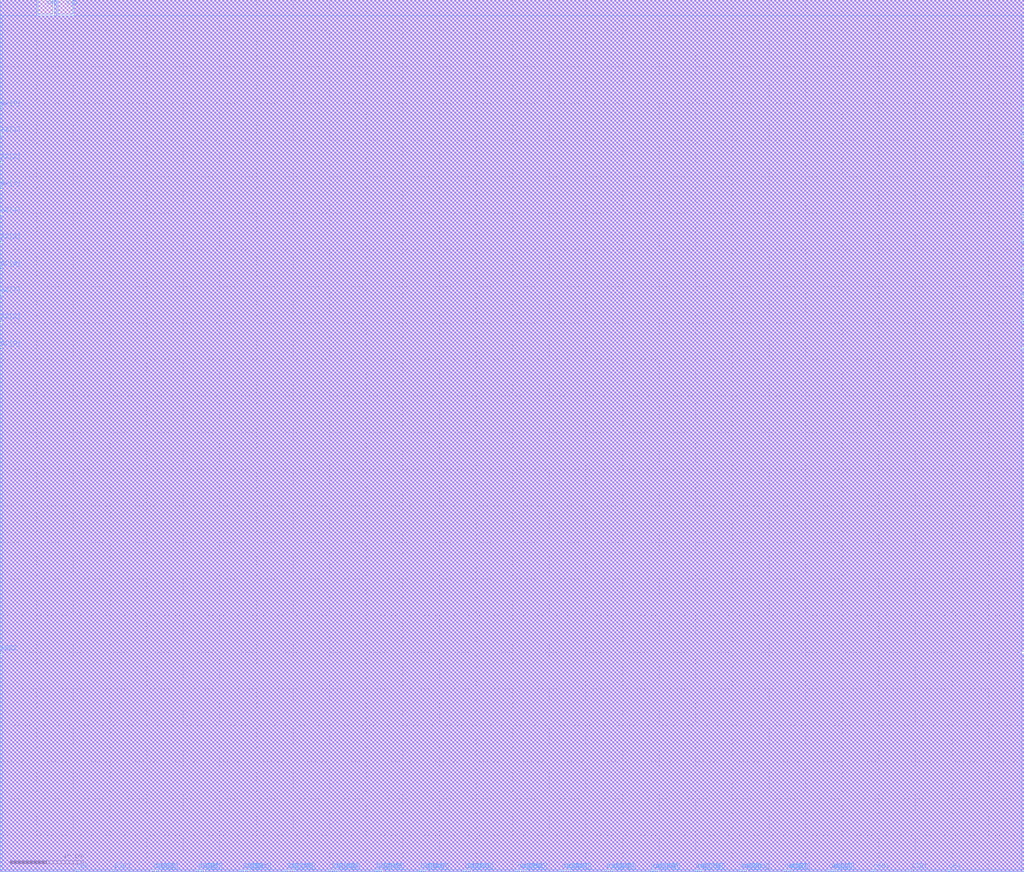
<source format=lef>
VERSION 5.5 ;
NAMESCASESENSITIVE ON ;
BUSBITCHARS "[]" ;
DIVIDERCHAR "/" ;

MACRO SRAM1R1W1024x32
  CLASS BLOCK ;
  SOURCE USER ;
  ORIGIN 0 0 ;
  SIZE 139.840 BY 119.168 ;
  SYMMETRY X Y R90 ;

  PIN CE1
    DIRECTION INPUT ;
    USE SIGNAL ;
    PORT
      LAYER M2 ;
        RECT 129.504 0.000 129.656 0.152 ;
    END
    PORT
      LAYER M3 ;
        RECT 129.504 0.000 129.656 0.152 ;
    END
    PORT
      LAYER M4 ;
        RECT 129.504 0.000 129.656 0.152 ;
    END
    PORT
      LAYER M5 ;
        RECT 129.504 0.000 129.656 0.152 ;
    END
  END CE1

  PIN CSB1
    DIRECTION INPUT ;
    USE SIGNAL ;
    PORT
      LAYER M2 ;
        RECT 124.336 0.000 124.488 0.152 ;
    END
    PORT
      LAYER M3 ;
        RECT 124.336 0.000 124.488 0.152 ;
    END
    PORT
      LAYER M4 ;
        RECT 124.336 0.000 124.488 0.152 ;
    END
    PORT
      LAYER M5 ;
        RECT 124.336 0.000 124.488 0.152 ;
    END
  END CSB1

  PIN OEB1
    DIRECTION INPUT ;
    USE SIGNAL ;
    PORT
      LAYER M2 ;
        RECT 119.168 0.000 119.320 0.152 ;
    END
    PORT
      LAYER M3 ;
        RECT 119.168 0.000 119.320 0.152 ;
    END
    PORT
      LAYER M4 ;
        RECT 119.168 0.000 119.320 0.152 ;
    END
    PORT
      LAYER M5 ;
        RECT 119.168 0.000 119.320 0.152 ;
    END
  END OEB1

  PIN O1[3]
    DIRECTION OUTPUT ;
    USE SIGNAL ;
    PORT
      LAYER M2 ;
        RECT 114.000 0.000 114.152 0.152 ;
    END
    PORT
      LAYER M3 ;
        RECT 114.000 0.000 114.152 0.152 ;
    END
    PORT
      LAYER M4 ;
        RECT 114.000 0.000 114.152 0.152 ;
    END
    PORT
      LAYER M5 ;
        RECT 114.000 0.000 114.152 0.152 ;
    END
  END O1[3]

  PIN O1[2]
    DIRECTION OUTPUT ;
    USE SIGNAL ;
    PORT
      LAYER M2 ;
        RECT 113.696 0.000 113.848 0.152 ;
    END
    PORT
      LAYER M3 ;
        RECT 113.696 0.000 113.848 0.152 ;
    END
    PORT
      LAYER M4 ;
        RECT 113.696 0.000 113.848 0.152 ;
    END
    PORT
      LAYER M5 ;
        RECT 113.696 0.000 113.848 0.152 ;
    END
  END O1[2]

  PIN O1[1]
    DIRECTION OUTPUT ;
    USE SIGNAL ;
    PORT
      LAYER M2 ;
        RECT 113.392 0.000 113.544 0.152 ;
    END
    PORT
      LAYER M3 ;
        RECT 113.392 0.000 113.544 0.152 ;
    END
    PORT
      LAYER M4 ;
        RECT 113.392 0.000 113.544 0.152 ;
    END
    PORT
      LAYER M5 ;
        RECT 113.392 0.000 113.544 0.152 ;
    END
  END O1[1]

  PIN O1[0]
    DIRECTION OUTPUT ;
    USE SIGNAL ;
    PORT
      LAYER M2 ;
        RECT 113.088 0.000 113.240 0.152 ;
    END
    PORT
      LAYER M3 ;
        RECT 113.088 0.000 113.240 0.152 ;
    END
    PORT
      LAYER M4 ;
        RECT 113.088 0.000 113.240 0.152 ;
    END
    PORT
      LAYER M5 ;
        RECT 113.088 0.000 113.240 0.152 ;
    END
  END O1[0]

  PIN O1[7]
    DIRECTION OUTPUT ;
    USE SIGNAL ;
    PORT
      LAYER M2 ;
        RECT 107.920 0.000 108.072 0.152 ;
    END
    PORT
      LAYER M3 ;
        RECT 107.920 0.000 108.072 0.152 ;
    END
    PORT
      LAYER M4 ;
        RECT 107.920 0.000 108.072 0.152 ;
    END
    PORT
      LAYER M5 ;
        RECT 107.920 0.000 108.072 0.152 ;
    END
  END O1[7]

  PIN O1[6]
    DIRECTION OUTPUT ;
    USE SIGNAL ;
    PORT
      LAYER M2 ;
        RECT 107.616 0.000 107.768 0.152 ;
    END
    PORT
      LAYER M3 ;
        RECT 107.616 0.000 107.768 0.152 ;
    END
    PORT
      LAYER M4 ;
        RECT 107.616 0.000 107.768 0.152 ;
    END
    PORT
      LAYER M5 ;
        RECT 107.616 0.000 107.768 0.152 ;
    END
  END O1[6]

  PIN O1[5]
    DIRECTION OUTPUT ;
    USE SIGNAL ;
    PORT
      LAYER M2 ;
        RECT 107.312 0.000 107.464 0.152 ;
    END
    PORT
      LAYER M3 ;
        RECT 107.312 0.000 107.464 0.152 ;
    END
    PORT
      LAYER M4 ;
        RECT 107.312 0.000 107.464 0.152 ;
    END
    PORT
      LAYER M5 ;
        RECT 107.312 0.000 107.464 0.152 ;
    END
  END O1[5]

  PIN O1[4]
    DIRECTION OUTPUT ;
    USE SIGNAL ;
    PORT
      LAYER M2 ;
        RECT 107.008 0.000 107.160 0.152 ;
    END
    PORT
      LAYER M3 ;
        RECT 107.008 0.000 107.160 0.152 ;
    END
    PORT
      LAYER M4 ;
        RECT 107.008 0.000 107.160 0.152 ;
    END
    PORT
      LAYER M5 ;
        RECT 107.008 0.000 107.160 0.152 ;
    END
  END O1[4]

  PIN O1[11]
    DIRECTION OUTPUT ;
    USE SIGNAL ;
    PORT
      LAYER M2 ;
        RECT 101.840 0.000 101.992 0.152 ;
    END
    PORT
      LAYER M3 ;
        RECT 101.840 0.000 101.992 0.152 ;
    END
    PORT
      LAYER M4 ;
        RECT 101.840 0.000 101.992 0.152 ;
    END
    PORT
      LAYER M5 ;
        RECT 101.840 0.000 101.992 0.152 ;
    END
  END O1[11]

  PIN O1[10]
    DIRECTION OUTPUT ;
    USE SIGNAL ;
    PORT
      LAYER M2 ;
        RECT 101.536 0.000 101.688 0.152 ;
    END
    PORT
      LAYER M3 ;
        RECT 101.536 0.000 101.688 0.152 ;
    END
    PORT
      LAYER M4 ;
        RECT 101.536 0.000 101.688 0.152 ;
    END
    PORT
      LAYER M5 ;
        RECT 101.536 0.000 101.688 0.152 ;
    END
  END O1[10]

  PIN O1[9]
    DIRECTION OUTPUT ;
    USE SIGNAL ;
    PORT
      LAYER M2 ;
        RECT 101.232 0.000 101.384 0.152 ;
    END
    PORT
      LAYER M3 ;
        RECT 101.232 0.000 101.384 0.152 ;
    END
    PORT
      LAYER M4 ;
        RECT 101.232 0.000 101.384 0.152 ;
    END
    PORT
      LAYER M5 ;
        RECT 101.232 0.000 101.384 0.152 ;
    END
  END O1[9]

  PIN O1[8]
    DIRECTION OUTPUT ;
    USE SIGNAL ;
    PORT
      LAYER M2 ;
        RECT 100.928 0.000 101.080 0.152 ;
    END
    PORT
      LAYER M3 ;
        RECT 100.928 0.000 101.080 0.152 ;
    END
    PORT
      LAYER M4 ;
        RECT 100.928 0.000 101.080 0.152 ;
    END
    PORT
      LAYER M5 ;
        RECT 100.928 0.000 101.080 0.152 ;
    END
  END O1[8]

  PIN O1[15]
    DIRECTION OUTPUT ;
    USE SIGNAL ;
    PORT
      LAYER M2 ;
        RECT 95.760 0.000 95.912 0.152 ;
    END
    PORT
      LAYER M3 ;
        RECT 95.760 0.000 95.912 0.152 ;
    END
    PORT
      LAYER M4 ;
        RECT 95.760 0.000 95.912 0.152 ;
    END
    PORT
      LAYER M5 ;
        RECT 95.760 0.000 95.912 0.152 ;
    END
  END O1[15]

  PIN O1[14]
    DIRECTION OUTPUT ;
    USE SIGNAL ;
    PORT
      LAYER M2 ;
        RECT 95.456 0.000 95.608 0.152 ;
    END
    PORT
      LAYER M3 ;
        RECT 95.456 0.000 95.608 0.152 ;
    END
    PORT
      LAYER M4 ;
        RECT 95.456 0.000 95.608 0.152 ;
    END
    PORT
      LAYER M5 ;
        RECT 95.456 0.000 95.608 0.152 ;
    END
  END O1[14]

  PIN O1[13]
    DIRECTION OUTPUT ;
    USE SIGNAL ;
    PORT
      LAYER M2 ;
        RECT 95.152 0.000 95.304 0.152 ;
    END
    PORT
      LAYER M3 ;
        RECT 95.152 0.000 95.304 0.152 ;
    END
    PORT
      LAYER M4 ;
        RECT 95.152 0.000 95.304 0.152 ;
    END
    PORT
      LAYER M5 ;
        RECT 95.152 0.000 95.304 0.152 ;
    END
  END O1[13]

  PIN O1[12]
    DIRECTION OUTPUT ;
    USE SIGNAL ;
    PORT
      LAYER M2 ;
        RECT 94.848 0.000 95.000 0.152 ;
    END
    PORT
      LAYER M3 ;
        RECT 94.848 0.000 95.000 0.152 ;
    END
    PORT
      LAYER M4 ;
        RECT 94.848 0.000 95.000 0.152 ;
    END
    PORT
      LAYER M5 ;
        RECT 94.848 0.000 95.000 0.152 ;
    END
  END O1[12]

  PIN O1[19]
    DIRECTION OUTPUT ;
    USE SIGNAL ;
    PORT
      LAYER M2 ;
        RECT 89.680 0.000 89.832 0.152 ;
    END
    PORT
      LAYER M3 ;
        RECT 89.680 0.000 89.832 0.152 ;
    END
    PORT
      LAYER M4 ;
        RECT 89.680 0.000 89.832 0.152 ;
    END
    PORT
      LAYER M5 ;
        RECT 89.680 0.000 89.832 0.152 ;
    END
  END O1[19]

  PIN O1[18]
    DIRECTION OUTPUT ;
    USE SIGNAL ;
    PORT
      LAYER M2 ;
        RECT 89.376 0.000 89.528 0.152 ;
    END
    PORT
      LAYER M3 ;
        RECT 89.376 0.000 89.528 0.152 ;
    END
    PORT
      LAYER M4 ;
        RECT 89.376 0.000 89.528 0.152 ;
    END
    PORT
      LAYER M5 ;
        RECT 89.376 0.000 89.528 0.152 ;
    END
  END O1[18]

  PIN O1[17]
    DIRECTION OUTPUT ;
    USE SIGNAL ;
    PORT
      LAYER M2 ;
        RECT 89.072 0.000 89.224 0.152 ;
    END
    PORT
      LAYER M3 ;
        RECT 89.072 0.000 89.224 0.152 ;
    END
    PORT
      LAYER M4 ;
        RECT 89.072 0.000 89.224 0.152 ;
    END
    PORT
      LAYER M5 ;
        RECT 89.072 0.000 89.224 0.152 ;
    END
  END O1[17]

  PIN O1[16]
    DIRECTION OUTPUT ;
    USE SIGNAL ;
    PORT
      LAYER M2 ;
        RECT 88.768 0.000 88.920 0.152 ;
    END
    PORT
      LAYER M3 ;
        RECT 88.768 0.000 88.920 0.152 ;
    END
    PORT
      LAYER M4 ;
        RECT 88.768 0.000 88.920 0.152 ;
    END
    PORT
      LAYER M5 ;
        RECT 88.768 0.000 88.920 0.152 ;
    END
  END O1[16]

  PIN O1[23]
    DIRECTION OUTPUT ;
    USE SIGNAL ;
    PORT
      LAYER M2 ;
        RECT 83.600 0.000 83.752 0.152 ;
    END
    PORT
      LAYER M3 ;
        RECT 83.600 0.000 83.752 0.152 ;
    END
    PORT
      LAYER M4 ;
        RECT 83.600 0.000 83.752 0.152 ;
    END
    PORT
      LAYER M5 ;
        RECT 83.600 0.000 83.752 0.152 ;
    END
  END O1[23]

  PIN O1[22]
    DIRECTION OUTPUT ;
    USE SIGNAL ;
    PORT
      LAYER M2 ;
        RECT 83.296 0.000 83.448 0.152 ;
    END
    PORT
      LAYER M3 ;
        RECT 83.296 0.000 83.448 0.152 ;
    END
    PORT
      LAYER M4 ;
        RECT 83.296 0.000 83.448 0.152 ;
    END
    PORT
      LAYER M5 ;
        RECT 83.296 0.000 83.448 0.152 ;
    END
  END O1[22]

  PIN O1[21]
    DIRECTION OUTPUT ;
    USE SIGNAL ;
    PORT
      LAYER M2 ;
        RECT 82.992 0.000 83.144 0.152 ;
    END
    PORT
      LAYER M3 ;
        RECT 82.992 0.000 83.144 0.152 ;
    END
    PORT
      LAYER M4 ;
        RECT 82.992 0.000 83.144 0.152 ;
    END
    PORT
      LAYER M5 ;
        RECT 82.992 0.000 83.144 0.152 ;
    END
  END O1[21]

  PIN O1[20]
    DIRECTION OUTPUT ;
    USE SIGNAL ;
    PORT
      LAYER M2 ;
        RECT 82.688 0.000 82.840 0.152 ;
    END
    PORT
      LAYER M3 ;
        RECT 82.688 0.000 82.840 0.152 ;
    END
    PORT
      LAYER M4 ;
        RECT 82.688 0.000 82.840 0.152 ;
    END
    PORT
      LAYER M5 ;
        RECT 82.688 0.000 82.840 0.152 ;
    END
  END O1[20]

  PIN O1[27]
    DIRECTION OUTPUT ;
    USE SIGNAL ;
    PORT
      LAYER M2 ;
        RECT 77.520 0.000 77.672 0.152 ;
    END
    PORT
      LAYER M3 ;
        RECT 77.520 0.000 77.672 0.152 ;
    END
    PORT
      LAYER M4 ;
        RECT 77.520 0.000 77.672 0.152 ;
    END
    PORT
      LAYER M5 ;
        RECT 77.520 0.000 77.672 0.152 ;
    END
  END O1[27]

  PIN O1[26]
    DIRECTION OUTPUT ;
    USE SIGNAL ;
    PORT
      LAYER M2 ;
        RECT 77.216 0.000 77.368 0.152 ;
    END
    PORT
      LAYER M3 ;
        RECT 77.216 0.000 77.368 0.152 ;
    END
    PORT
      LAYER M4 ;
        RECT 77.216 0.000 77.368 0.152 ;
    END
    PORT
      LAYER M5 ;
        RECT 77.216 0.000 77.368 0.152 ;
    END
  END O1[26]

  PIN O1[25]
    DIRECTION OUTPUT ;
    USE SIGNAL ;
    PORT
      LAYER M2 ;
        RECT 76.912 0.000 77.064 0.152 ;
    END
    PORT
      LAYER M3 ;
        RECT 76.912 0.000 77.064 0.152 ;
    END
    PORT
      LAYER M4 ;
        RECT 76.912 0.000 77.064 0.152 ;
    END
    PORT
      LAYER M5 ;
        RECT 76.912 0.000 77.064 0.152 ;
    END
  END O1[25]

  PIN O1[24]
    DIRECTION OUTPUT ;
    USE SIGNAL ;
    PORT
      LAYER M2 ;
        RECT 76.608 0.000 76.760 0.152 ;
    END
    PORT
      LAYER M3 ;
        RECT 76.608 0.000 76.760 0.152 ;
    END
    PORT
      LAYER M4 ;
        RECT 76.608 0.000 76.760 0.152 ;
    END
    PORT
      LAYER M5 ;
        RECT 76.608 0.000 76.760 0.152 ;
    END
  END O1[24]

  PIN O1[31]
    DIRECTION OUTPUT ;
    USE SIGNAL ;
    PORT
      LAYER M2 ;
        RECT 71.440 0.000 71.592 0.152 ;
    END
    PORT
      LAYER M3 ;
        RECT 71.440 0.000 71.592 0.152 ;
    END
    PORT
      LAYER M4 ;
        RECT 71.440 0.000 71.592 0.152 ;
    END
    PORT
      LAYER M5 ;
        RECT 71.440 0.000 71.592 0.152 ;
    END
  END O1[31]

  PIN O1[30]
    DIRECTION OUTPUT ;
    USE SIGNAL ;
    PORT
      LAYER M2 ;
        RECT 71.136 0.000 71.288 0.152 ;
    END
    PORT
      LAYER M3 ;
        RECT 71.136 0.000 71.288 0.152 ;
    END
    PORT
      LAYER M4 ;
        RECT 71.136 0.000 71.288 0.152 ;
    END
    PORT
      LAYER M5 ;
        RECT 71.136 0.000 71.288 0.152 ;
    END
  END O1[30]

  PIN O1[29]
    DIRECTION OUTPUT ;
    USE SIGNAL ;
    PORT
      LAYER M2 ;
        RECT 70.832 0.000 70.984 0.152 ;
    END
    PORT
      LAYER M3 ;
        RECT 70.832 0.000 70.984 0.152 ;
    END
    PORT
      LAYER M4 ;
        RECT 70.832 0.000 70.984 0.152 ;
    END
    PORT
      LAYER M5 ;
        RECT 70.832 0.000 70.984 0.152 ;
    END
  END O1[29]

  PIN O1[28]
    DIRECTION OUTPUT ;
    USE SIGNAL ;
    PORT
      LAYER M2 ;
        RECT 70.528 0.000 70.680 0.152 ;
    END
    PORT
      LAYER M3 ;
        RECT 70.528 0.000 70.680 0.152 ;
    END
    PORT
      LAYER M4 ;
        RECT 70.528 0.000 70.680 0.152 ;
    END
    PORT
      LAYER M5 ;
        RECT 70.528 0.000 70.680 0.152 ;
    END
  END O1[28]

  PIN A1[0]
    DIRECTION INPUT ;
    USE SIGNAL ;
    PORT
      LAYER M2 ;
        RECT 139.688 104.272 139.840 104.424 ;
    END
    PORT
      LAYER M3 ;
        RECT 139.688 104.272 139.840 104.424 ;
    END
    PORT
      LAYER M4 ;
        RECT 139.688 104.272 139.840 104.424 ;
    END
    PORT
      LAYER M5 ;
        RECT 139.688 104.272 139.840 104.424 ;
    END
  END A1[0]

  PIN A1[1]
    DIRECTION INPUT ;
    USE SIGNAL ;
    PORT
      LAYER M2 ;
        RECT 139.688 100.624 139.840 100.776 ;
    END
    PORT
      LAYER M3 ;
        RECT 139.688 100.624 139.840 100.776 ;
    END
    PORT
      LAYER M4 ;
        RECT 139.688 100.624 139.840 100.776 ;
    END
    PORT
      LAYER M5 ;
        RECT 139.688 100.624 139.840 100.776 ;
    END
  END A1[1]

  PIN A1[2]
    DIRECTION INPUT ;
    USE SIGNAL ;
    PORT
      LAYER M2 ;
        RECT 139.688 96.976 139.840 97.128 ;
    END
    PORT
      LAYER M3 ;
        RECT 139.688 96.976 139.840 97.128 ;
    END
    PORT
      LAYER M4 ;
        RECT 139.688 96.976 139.840 97.128 ;
    END
    PORT
      LAYER M5 ;
        RECT 139.688 96.976 139.840 97.128 ;
    END
  END A1[2]

  PIN A1[3]
    DIRECTION INPUT ;
    USE SIGNAL ;
    PORT
      LAYER M2 ;
        RECT 139.688 93.328 139.840 93.480 ;
    END
    PORT
      LAYER M3 ;
        RECT 139.688 93.328 139.840 93.480 ;
    END
    PORT
      LAYER M4 ;
        RECT 139.688 93.328 139.840 93.480 ;
    END
    PORT
      LAYER M5 ;
        RECT 139.688 93.328 139.840 93.480 ;
    END
  END A1[3]

  PIN A1[4]
    DIRECTION INPUT ;
    USE SIGNAL ;
    PORT
      LAYER M2 ;
        RECT 139.688 89.680 139.840 89.832 ;
    END
    PORT
      LAYER M3 ;
        RECT 139.688 89.680 139.840 89.832 ;
    END
    PORT
      LAYER M4 ;
        RECT 139.688 89.680 139.840 89.832 ;
    END
    PORT
      LAYER M5 ;
        RECT 139.688 89.680 139.840 89.832 ;
    END
  END A1[4]

  PIN A1[5]
    DIRECTION INPUT ;
    USE SIGNAL ;
    PORT
      LAYER M2 ;
        RECT 139.688 86.032 139.840 86.184 ;
    END
    PORT
      LAYER M3 ;
        RECT 139.688 86.032 139.840 86.184 ;
    END
    PORT
      LAYER M4 ;
        RECT 139.688 86.032 139.840 86.184 ;
    END
    PORT
      LAYER M5 ;
        RECT 139.688 86.032 139.840 86.184 ;
    END
  END A1[5]

  PIN A1[6]
    DIRECTION INPUT ;
    USE SIGNAL ;
    PORT
      LAYER M2 ;
        RECT 139.688 82.384 139.840 82.536 ;
    END
    PORT
      LAYER M3 ;
        RECT 139.688 82.384 139.840 82.536 ;
    END
    PORT
      LAYER M4 ;
        RECT 139.688 82.384 139.840 82.536 ;
    END
    PORT
      LAYER M5 ;
        RECT 139.688 82.384 139.840 82.536 ;
    END
  END A1[6]

  PIN A1[7]
    DIRECTION INPUT ;
    USE SIGNAL ;
    PORT
      LAYER M2 ;
        RECT 139.688 78.736 139.840 78.888 ;
    END
    PORT
      LAYER M3 ;
        RECT 139.688 78.736 139.840 78.888 ;
    END
    PORT
      LAYER M4 ;
        RECT 139.688 78.736 139.840 78.888 ;
    END
    PORT
      LAYER M5 ;
        RECT 139.688 78.736 139.840 78.888 ;
    END
  END A1[7]

  PIN A1[8]
    DIRECTION INPUT ;
    USE SIGNAL ;
    PORT
      LAYER M2 ;
        RECT 139.688 75.088 139.840 75.240 ;
    END
    PORT
      LAYER M3 ;
        RECT 139.688 75.088 139.840 75.240 ;
    END
    PORT
      LAYER M4 ;
        RECT 139.688 75.088 139.840 75.240 ;
    END
    PORT
      LAYER M5 ;
        RECT 139.688 75.088 139.840 75.240 ;
    END
  END A1[8]

  PIN A1[9]
    DIRECTION INPUT ;
    USE SIGNAL ;
    PORT
      LAYER M2 ;
        RECT 139.688 71.440 139.840 71.592 ;
    END
    PORT
      LAYER M3 ;
        RECT 139.688 71.440 139.840 71.592 ;
    END
    PORT
      LAYER M4 ;
        RECT 139.688 71.440 139.840 71.592 ;
    END
    PORT
      LAYER M5 ;
        RECT 139.688 71.440 139.840 71.592 ;
    END
  END A1[9]

  PIN CE2
    DIRECTION INPUT ;
    USE SIGNAL ;
    PORT
      LAYER M2 ;
        RECT 10.336 0.000 10.488 0.152 ;
    END
    PORT
      LAYER M3 ;
        RECT 10.336 0.000 10.488 0.152 ;
    END
    PORT
      LAYER M4 ;
        RECT 10.336 0.000 10.488 0.152 ;
    END
    PORT
      LAYER M5 ;
        RECT 10.336 0.000 10.488 0.152 ;
    END
  END CE2

  PIN CSB2
    DIRECTION INPUT ;
    USE SIGNAL ;
    PORT
      LAYER M2 ;
        RECT 15.504 0.000 15.656 0.152 ;
    END
    PORT
      LAYER M3 ;
        RECT 15.504 0.000 15.656 0.152 ;
    END
    PORT
      LAYER M4 ;
        RECT 15.504 0.000 15.656 0.152 ;
    END
    PORT
      LAYER M5 ;
        RECT 15.504 0.000 15.656 0.152 ;
    END
  END CSB2

  PIN I2[0]
    DIRECTION INPUT ;
    USE SIGNAL ;
    PORT
      LAYER M2 ;
        RECT 20.672 0.000 20.824 0.152 ;
    END
    PORT
      LAYER M3 ;
        RECT 20.672 0.000 20.824 0.152 ;
    END
    PORT
      LAYER M4 ;
        RECT 20.672 0.000 20.824 0.152 ;
    END
    PORT
      LAYER M5 ;
        RECT 20.672 0.000 20.824 0.152 ;
    END
  END I2[0]

  PIN I2[1]
    DIRECTION INPUT ;
    USE SIGNAL ;
    PORT
      LAYER M2 ;
        RECT 20.976 0.000 21.128 0.152 ;
    END
    PORT
      LAYER M3 ;
        RECT 20.976 0.000 21.128 0.152 ;
    END
    PORT
      LAYER M4 ;
        RECT 20.976 0.000 21.128 0.152 ;
    END
    PORT
      LAYER M5 ;
        RECT 20.976 0.000 21.128 0.152 ;
    END
  END I2[1]

  PIN I2[2]
    DIRECTION INPUT ;
    USE SIGNAL ;
    PORT
      LAYER M2 ;
        RECT 21.280 0.000 21.432 0.152 ;
    END
    PORT
      LAYER M3 ;
        RECT 21.280 0.000 21.432 0.152 ;
    END
    PORT
      LAYER M4 ;
        RECT 21.280 0.000 21.432 0.152 ;
    END
    PORT
      LAYER M5 ;
        RECT 21.280 0.000 21.432 0.152 ;
    END
  END I2[2]

  PIN I2[3]
    DIRECTION INPUT ;
    USE SIGNAL ;
    PORT
      LAYER M2 ;
        RECT 21.584 0.000 21.736 0.152 ;
    END
    PORT
      LAYER M3 ;
        RECT 21.584 0.000 21.736 0.152 ;
    END
    PORT
      LAYER M4 ;
        RECT 21.584 0.000 21.736 0.152 ;
    END
    PORT
      LAYER M5 ;
        RECT 21.584 0.000 21.736 0.152 ;
    END
  END I2[3]

  PIN I2[4]
    DIRECTION INPUT ;
    USE SIGNAL ;
    PORT
      LAYER M2 ;
        RECT 26.752 0.000 26.904 0.152 ;
    END
    PORT
      LAYER M3 ;
        RECT 26.752 0.000 26.904 0.152 ;
    END
    PORT
      LAYER M4 ;
        RECT 26.752 0.000 26.904 0.152 ;
    END
    PORT
      LAYER M5 ;
        RECT 26.752 0.000 26.904 0.152 ;
    END
  END I2[4]

  PIN I2[5]
    DIRECTION INPUT ;
    USE SIGNAL ;
    PORT
      LAYER M2 ;
        RECT 27.056 0.000 27.208 0.152 ;
    END
    PORT
      LAYER M3 ;
        RECT 27.056 0.000 27.208 0.152 ;
    END
    PORT
      LAYER M4 ;
        RECT 27.056 0.000 27.208 0.152 ;
    END
    PORT
      LAYER M5 ;
        RECT 27.056 0.000 27.208 0.152 ;
    END
  END I2[5]

  PIN I2[6]
    DIRECTION INPUT ;
    USE SIGNAL ;
    PORT
      LAYER M2 ;
        RECT 27.360 0.000 27.512 0.152 ;
    END
    PORT
      LAYER M3 ;
        RECT 27.360 0.000 27.512 0.152 ;
    END
    PORT
      LAYER M4 ;
        RECT 27.360 0.000 27.512 0.152 ;
    END
    PORT
      LAYER M5 ;
        RECT 27.360 0.000 27.512 0.152 ;
    END
  END I2[6]

  PIN I2[7]
    DIRECTION INPUT ;
    USE SIGNAL ;
    PORT
      LAYER M2 ;
        RECT 27.664 0.000 27.816 0.152 ;
    END
    PORT
      LAYER M3 ;
        RECT 27.664 0.000 27.816 0.152 ;
    END
    PORT
      LAYER M4 ;
        RECT 27.664 0.000 27.816 0.152 ;
    END
    PORT
      LAYER M5 ;
        RECT 27.664 0.000 27.816 0.152 ;
    END
  END I2[7]

  PIN I2[8]
    DIRECTION INPUT ;
    USE SIGNAL ;
    PORT
      LAYER M2 ;
        RECT 32.832 0.000 32.984 0.152 ;
    END
    PORT
      LAYER M3 ;
        RECT 32.832 0.000 32.984 0.152 ;
    END
    PORT
      LAYER M4 ;
        RECT 32.832 0.000 32.984 0.152 ;
    END
    PORT
      LAYER M5 ;
        RECT 32.832 0.000 32.984 0.152 ;
    END
  END I2[8]

  PIN I2[9]
    DIRECTION INPUT ;
    USE SIGNAL ;
    PORT
      LAYER M2 ;
        RECT 33.136 0.000 33.288 0.152 ;
    END
    PORT
      LAYER M3 ;
        RECT 33.136 0.000 33.288 0.152 ;
    END
    PORT
      LAYER M4 ;
        RECT 33.136 0.000 33.288 0.152 ;
    END
    PORT
      LAYER M5 ;
        RECT 33.136 0.000 33.288 0.152 ;
    END
  END I2[9]

  PIN I2[10]
    DIRECTION INPUT ;
    USE SIGNAL ;
    PORT
      LAYER M2 ;
        RECT 33.440 0.000 33.592 0.152 ;
    END
    PORT
      LAYER M3 ;
        RECT 33.440 0.000 33.592 0.152 ;
    END
    PORT
      LAYER M4 ;
        RECT 33.440 0.000 33.592 0.152 ;
    END
    PORT
      LAYER M5 ;
        RECT 33.440 0.000 33.592 0.152 ;
    END
  END I2[10]

  PIN I2[11]
    DIRECTION INPUT ;
    USE SIGNAL ;
    PORT
      LAYER M2 ;
        RECT 33.744 0.000 33.896 0.152 ;
    END
    PORT
      LAYER M3 ;
        RECT 33.744 0.000 33.896 0.152 ;
    END
    PORT
      LAYER M4 ;
        RECT 33.744 0.000 33.896 0.152 ;
    END
    PORT
      LAYER M5 ;
        RECT 33.744 0.000 33.896 0.152 ;
    END
  END I2[11]

  PIN I2[12]
    DIRECTION INPUT ;
    USE SIGNAL ;
    PORT
      LAYER M2 ;
        RECT 38.912 0.000 39.064 0.152 ;
    END
    PORT
      LAYER M3 ;
        RECT 38.912 0.000 39.064 0.152 ;
    END
    PORT
      LAYER M4 ;
        RECT 38.912 0.000 39.064 0.152 ;
    END
    PORT
      LAYER M5 ;
        RECT 38.912 0.000 39.064 0.152 ;
    END
  END I2[12]

  PIN I2[13]
    DIRECTION INPUT ;
    USE SIGNAL ;
    PORT
      LAYER M2 ;
        RECT 39.216 0.000 39.368 0.152 ;
    END
    PORT
      LAYER M3 ;
        RECT 39.216 0.000 39.368 0.152 ;
    END
    PORT
      LAYER M4 ;
        RECT 39.216 0.000 39.368 0.152 ;
    END
    PORT
      LAYER M5 ;
        RECT 39.216 0.000 39.368 0.152 ;
    END
  END I2[13]

  PIN I2[14]
    DIRECTION INPUT ;
    USE SIGNAL ;
    PORT
      LAYER M2 ;
        RECT 39.520 0.000 39.672 0.152 ;
    END
    PORT
      LAYER M3 ;
        RECT 39.520 0.000 39.672 0.152 ;
    END
    PORT
      LAYER M4 ;
        RECT 39.520 0.000 39.672 0.152 ;
    END
    PORT
      LAYER M5 ;
        RECT 39.520 0.000 39.672 0.152 ;
    END
  END I2[14]

  PIN I2[15]
    DIRECTION INPUT ;
    USE SIGNAL ;
    PORT
      LAYER M2 ;
        RECT 39.824 0.000 39.976 0.152 ;
    END
    PORT
      LAYER M3 ;
        RECT 39.824 0.000 39.976 0.152 ;
    END
    PORT
      LAYER M4 ;
        RECT 39.824 0.000 39.976 0.152 ;
    END
    PORT
      LAYER M5 ;
        RECT 39.824 0.000 39.976 0.152 ;
    END
  END I2[15]

  PIN I2[16]
    DIRECTION INPUT ;
    USE SIGNAL ;
    PORT
      LAYER M2 ;
        RECT 44.992 0.000 45.144 0.152 ;
    END
    PORT
      LAYER M3 ;
        RECT 44.992 0.000 45.144 0.152 ;
    END
    PORT
      LAYER M4 ;
        RECT 44.992 0.000 45.144 0.152 ;
    END
    PORT
      LAYER M5 ;
        RECT 44.992 0.000 45.144 0.152 ;
    END
  END I2[16]

  PIN I2[17]
    DIRECTION INPUT ;
    USE SIGNAL ;
    PORT
      LAYER M2 ;
        RECT 45.296 0.000 45.448 0.152 ;
    END
    PORT
      LAYER M3 ;
        RECT 45.296 0.000 45.448 0.152 ;
    END
    PORT
      LAYER M4 ;
        RECT 45.296 0.000 45.448 0.152 ;
    END
    PORT
      LAYER M5 ;
        RECT 45.296 0.000 45.448 0.152 ;
    END
  END I2[17]

  PIN I2[18]
    DIRECTION INPUT ;
    USE SIGNAL ;
    PORT
      LAYER M2 ;
        RECT 45.600 0.000 45.752 0.152 ;
    END
    PORT
      LAYER M3 ;
        RECT 45.600 0.000 45.752 0.152 ;
    END
    PORT
      LAYER M4 ;
        RECT 45.600 0.000 45.752 0.152 ;
    END
    PORT
      LAYER M5 ;
        RECT 45.600 0.000 45.752 0.152 ;
    END
  END I2[18]

  PIN I2[19]
    DIRECTION INPUT ;
    USE SIGNAL ;
    PORT
      LAYER M2 ;
        RECT 45.904 0.000 46.056 0.152 ;
    END
    PORT
      LAYER M3 ;
        RECT 45.904 0.000 46.056 0.152 ;
    END
    PORT
      LAYER M4 ;
        RECT 45.904 0.000 46.056 0.152 ;
    END
    PORT
      LAYER M5 ;
        RECT 45.904 0.000 46.056 0.152 ;
    END
  END I2[19]

  PIN I2[20]
    DIRECTION INPUT ;
    USE SIGNAL ;
    PORT
      LAYER M2 ;
        RECT 51.072 0.000 51.224 0.152 ;
    END
    PORT
      LAYER M3 ;
        RECT 51.072 0.000 51.224 0.152 ;
    END
    PORT
      LAYER M4 ;
        RECT 51.072 0.000 51.224 0.152 ;
    END
    PORT
      LAYER M5 ;
        RECT 51.072 0.000 51.224 0.152 ;
    END
  END I2[20]

  PIN I2[21]
    DIRECTION INPUT ;
    USE SIGNAL ;
    PORT
      LAYER M2 ;
        RECT 51.376 0.000 51.528 0.152 ;
    END
    PORT
      LAYER M3 ;
        RECT 51.376 0.000 51.528 0.152 ;
    END
    PORT
      LAYER M4 ;
        RECT 51.376 0.000 51.528 0.152 ;
    END
    PORT
      LAYER M5 ;
        RECT 51.376 0.000 51.528 0.152 ;
    END
  END I2[21]

  PIN I2[22]
    DIRECTION INPUT ;
    USE SIGNAL ;
    PORT
      LAYER M2 ;
        RECT 51.680 0.000 51.832 0.152 ;
    END
    PORT
      LAYER M3 ;
        RECT 51.680 0.000 51.832 0.152 ;
    END
    PORT
      LAYER M4 ;
        RECT 51.680 0.000 51.832 0.152 ;
    END
    PORT
      LAYER M5 ;
        RECT 51.680 0.000 51.832 0.152 ;
    END
  END I2[22]

  PIN I2[23]
    DIRECTION INPUT ;
    USE SIGNAL ;
    PORT
      LAYER M2 ;
        RECT 51.984 0.000 52.136 0.152 ;
    END
    PORT
      LAYER M3 ;
        RECT 51.984 0.000 52.136 0.152 ;
    END
    PORT
      LAYER M4 ;
        RECT 51.984 0.000 52.136 0.152 ;
    END
    PORT
      LAYER M5 ;
        RECT 51.984 0.000 52.136 0.152 ;
    END
  END I2[23]

  PIN I2[24]
    DIRECTION INPUT ;
    USE SIGNAL ;
    PORT
      LAYER M2 ;
        RECT 57.152 0.000 57.304 0.152 ;
    END
    PORT
      LAYER M3 ;
        RECT 57.152 0.000 57.304 0.152 ;
    END
    PORT
      LAYER M4 ;
        RECT 57.152 0.000 57.304 0.152 ;
    END
    PORT
      LAYER M5 ;
        RECT 57.152 0.000 57.304 0.152 ;
    END
  END I2[24]

  PIN I2[25]
    DIRECTION INPUT ;
    USE SIGNAL ;
    PORT
      LAYER M2 ;
        RECT 57.456 0.000 57.608 0.152 ;
    END
    PORT
      LAYER M3 ;
        RECT 57.456 0.000 57.608 0.152 ;
    END
    PORT
      LAYER M4 ;
        RECT 57.456 0.000 57.608 0.152 ;
    END
    PORT
      LAYER M5 ;
        RECT 57.456 0.000 57.608 0.152 ;
    END
  END I2[25]

  PIN I2[26]
    DIRECTION INPUT ;
    USE SIGNAL ;
    PORT
      LAYER M2 ;
        RECT 57.760 0.000 57.912 0.152 ;
    END
    PORT
      LAYER M3 ;
        RECT 57.760 0.000 57.912 0.152 ;
    END
    PORT
      LAYER M4 ;
        RECT 57.760 0.000 57.912 0.152 ;
    END
    PORT
      LAYER M5 ;
        RECT 57.760 0.000 57.912 0.152 ;
    END
  END I2[26]

  PIN I2[27]
    DIRECTION INPUT ;
    USE SIGNAL ;
    PORT
      LAYER M2 ;
        RECT 58.064 0.000 58.216 0.152 ;
    END
    PORT
      LAYER M3 ;
        RECT 58.064 0.000 58.216 0.152 ;
    END
    PORT
      LAYER M4 ;
        RECT 58.064 0.000 58.216 0.152 ;
    END
    PORT
      LAYER M5 ;
        RECT 58.064 0.000 58.216 0.152 ;
    END
  END I2[27]

  PIN I2[28]
    DIRECTION INPUT ;
    USE SIGNAL ;
    PORT
      LAYER M2 ;
        RECT 63.232 0.000 63.384 0.152 ;
    END
    PORT
      LAYER M3 ;
        RECT 63.232 0.000 63.384 0.152 ;
    END
    PORT
      LAYER M4 ;
        RECT 63.232 0.000 63.384 0.152 ;
    END
    PORT
      LAYER M5 ;
        RECT 63.232 0.000 63.384 0.152 ;
    END
  END I2[28]

  PIN I2[29]
    DIRECTION INPUT ;
    USE SIGNAL ;
    PORT
      LAYER M2 ;
        RECT 63.536 0.000 63.688 0.152 ;
    END
    PORT
      LAYER M3 ;
        RECT 63.536 0.000 63.688 0.152 ;
    END
    PORT
      LAYER M4 ;
        RECT 63.536 0.000 63.688 0.152 ;
    END
    PORT
      LAYER M5 ;
        RECT 63.536 0.000 63.688 0.152 ;
    END
  END I2[29]

  PIN I2[30]
    DIRECTION INPUT ;
    USE SIGNAL ;
    PORT
      LAYER M2 ;
        RECT 63.840 0.000 63.992 0.152 ;
    END
    PORT
      LAYER M3 ;
        RECT 63.840 0.000 63.992 0.152 ;
    END
    PORT
      LAYER M4 ;
        RECT 63.840 0.000 63.992 0.152 ;
    END
    PORT
      LAYER M5 ;
        RECT 63.840 0.000 63.992 0.152 ;
    END
  END I2[30]

  PIN I2[31]
    DIRECTION INPUT ;
    USE SIGNAL ;
    PORT
      LAYER M2 ;
        RECT 64.144 0.000 64.296 0.152 ;
    END
    PORT
      LAYER M3 ;
        RECT 64.144 0.000 64.296 0.152 ;
    END
    PORT
      LAYER M4 ;
        RECT 64.144 0.000 64.296 0.152 ;
    END
    PORT
      LAYER M5 ;
        RECT 64.144 0.000 64.296 0.152 ;
    END
  END I2[31]

  PIN A2[0]
    DIRECTION INPUT ;
    USE SIGNAL ;
    PORT
      LAYER M2 ;
        RECT 0.000 104.272 0.152 104.424 ;
    END
    PORT
      LAYER M3 ;
        RECT 0.000 104.272 0.152 104.424 ;
    END
    PORT
      LAYER M4 ;
        RECT 0.000 104.272 0.152 104.424 ;
    END
    PORT
      LAYER M5 ;
        RECT 0.000 104.272 0.152 104.424 ;
    END
  END A2[0]

  PIN A2[1]
    DIRECTION INPUT ;
    USE SIGNAL ;
    PORT
      LAYER M2 ;
        RECT 0.000 100.624 0.152 100.776 ;
    END
    PORT
      LAYER M3 ;
        RECT 0.000 100.624 0.152 100.776 ;
    END
    PORT
      LAYER M4 ;
        RECT 0.000 100.624 0.152 100.776 ;
    END
    PORT
      LAYER M5 ;
        RECT 0.000 100.624 0.152 100.776 ;
    END
  END A2[1]

  PIN A2[2]
    DIRECTION INPUT ;
    USE SIGNAL ;
    PORT
      LAYER M2 ;
        RECT 0.000 96.976 0.152 97.128 ;
    END
    PORT
      LAYER M3 ;
        RECT 0.000 96.976 0.152 97.128 ;
    END
    PORT
      LAYER M4 ;
        RECT 0.000 96.976 0.152 97.128 ;
    END
    PORT
      LAYER M5 ;
        RECT 0.000 96.976 0.152 97.128 ;
    END
  END A2[2]

  PIN A2[3]
    DIRECTION INPUT ;
    USE SIGNAL ;
    PORT
      LAYER M2 ;
        RECT 0.000 93.328 0.152 93.480 ;
    END
    PORT
      LAYER M3 ;
        RECT 0.000 93.328 0.152 93.480 ;
    END
    PORT
      LAYER M4 ;
        RECT 0.000 93.328 0.152 93.480 ;
    END
    PORT
      LAYER M5 ;
        RECT 0.000 93.328 0.152 93.480 ;
    END
  END A2[3]

  PIN A2[4]
    DIRECTION INPUT ;
    USE SIGNAL ;
    PORT
      LAYER M2 ;
        RECT 0.000 89.680 0.152 89.832 ;
    END
    PORT
      LAYER M3 ;
        RECT 0.000 89.680 0.152 89.832 ;
    END
    PORT
      LAYER M4 ;
        RECT 0.000 89.680 0.152 89.832 ;
    END
    PORT
      LAYER M5 ;
        RECT 0.000 89.680 0.152 89.832 ;
    END
  END A2[4]

  PIN A2[5]
    DIRECTION INPUT ;
    USE SIGNAL ;
    PORT
      LAYER M2 ;
        RECT 0.000 86.032 0.152 86.184 ;
    END
    PORT
      LAYER M3 ;
        RECT 0.000 86.032 0.152 86.184 ;
    END
    PORT
      LAYER M4 ;
        RECT 0.000 86.032 0.152 86.184 ;
    END
    PORT
      LAYER M5 ;
        RECT 0.000 86.032 0.152 86.184 ;
    END
  END A2[5]

  PIN A2[6]
    DIRECTION INPUT ;
    USE SIGNAL ;
    PORT
      LAYER M2 ;
        RECT 0.000 82.384 0.152 82.536 ;
    END
    PORT
      LAYER M3 ;
        RECT 0.000 82.384 0.152 82.536 ;
    END
    PORT
      LAYER M4 ;
        RECT 0.000 82.384 0.152 82.536 ;
    END
    PORT
      LAYER M5 ;
        RECT 0.000 82.384 0.152 82.536 ;
    END
  END A2[6]

  PIN A2[7]
    DIRECTION INPUT ;
    USE SIGNAL ;
    PORT
      LAYER M2 ;
        RECT 0.000 78.736 0.152 78.888 ;
    END
    PORT
      LAYER M3 ;
        RECT 0.000 78.736 0.152 78.888 ;
    END
    PORT
      LAYER M4 ;
        RECT 0.000 78.736 0.152 78.888 ;
    END
    PORT
      LAYER M5 ;
        RECT 0.000 78.736 0.152 78.888 ;
    END
  END A2[7]

  PIN A2[8]
    DIRECTION INPUT ;
    USE SIGNAL ;
    PORT
      LAYER M2 ;
        RECT 0.000 75.088 0.152 75.240 ;
    END
    PORT
      LAYER M3 ;
        RECT 0.000 75.088 0.152 75.240 ;
    END
    PORT
      LAYER M4 ;
        RECT 0.000 75.088 0.152 75.240 ;
    END
    PORT
      LAYER M5 ;
        RECT 0.000 75.088 0.152 75.240 ;
    END
  END A2[8]

  PIN A2[9]
    DIRECTION INPUT ;
    USE SIGNAL ;
    PORT
      LAYER M2 ;
        RECT 0.000 71.440 0.152 71.592 ;
    END
    PORT
      LAYER M3 ;
        RECT 0.000 71.440 0.152 71.592 ;
    END
    PORT
      LAYER M4 ;
        RECT 0.000 71.440 0.152 71.592 ;
    END
    PORT
      LAYER M5 ;
        RECT 0.000 71.440 0.152 71.592 ;
    END
  END A2[9]

  PIN WEB2
    DIRECTION INPUT ;
    USE SIGNAL ;
    PORT
      LAYER M2 ;
        RECT 0.000 29.792 0.152 29.944 ;
    END
    PORT
      LAYER M3 ;
        RECT 0.000 29.792 0.152 29.944 ;
    END
    PORT
      LAYER M4 ;
        RECT 0.000 29.792 0.152 29.944 ;
    END
    PORT
      LAYER M5 ;
        RECT 0.000 29.792 0.152 29.944 ;
    END
  END WEB2

  PIN VDD
    DIRECTION INOUT ;
    USE POWER ;
    PORT
      LAYER M2 ;
        RECT 5.195 117.168 7.195 119.168 ;
    END
    PORT
      LAYER M3 ;
        RECT 5.195 117.168 7.195 119.168 ;
    END
    PORT
      LAYER M5 ;
        RECT 5.195 117.168 7.195 119.168 ;
    END
  END VDD

  PIN VSS
    DIRECTION INOUT ;
    USE GROUND ;
    PORT
      LAYER M2 ;
        RECT 7.915 117.168 9.915 119.168 ;
    END
    PORT
      LAYER M3 ;
        RECT 7.915 117.168 9.915 119.168 ;
    END
    PORT
      LAYER M5 ;
        RECT 7.915 117.168 9.915 119.168 ;
    END
  END VSS

  OBS
    LAYER M2 ;
      RECT 129.808 0.000 139.840 0.304 ;
      RECT 124.640 0.000 129.352 0.304 ;
      RECT 119.472 0.000 124.184 0.304 ;
      RECT 114.304 0.000 119.016 0.304 ;
      RECT 108.224 0.000 112.936 0.304 ;
      RECT 102.144 0.000 106.856 0.304 ;
      RECT 96.064 0.000 100.776 0.304 ;
      RECT 89.984 0.000 94.696 0.304 ;
      RECT 83.904 0.000 88.616 0.304 ;
      RECT 77.824 0.000 82.536 0.304 ;
      RECT 71.744 0.000 76.456 0.304 ;
      RECT 139.536 104.576 139.840 117.016 ;
      RECT 139.536 100.928 139.840 104.120 ;
      RECT 139.536 97.280 139.840 100.472 ;
      RECT 139.536 93.632 139.840 96.824 ;
      RECT 139.536 89.984 139.840 93.176 ;
      RECT 139.536 86.336 139.840 89.528 ;
      RECT 139.536 82.688 139.840 85.880 ;
      RECT 139.536 79.040 139.840 82.232 ;
      RECT 139.536 75.392 139.840 78.584 ;
      RECT 139.536 71.744 139.840 74.936 ;
      RECT 139.536 30.096 139.840 71.288 ;
      RECT 139.536 0.304 139.840 29.640 ;
      RECT 0.000 0.000 10.184 0.304 ;
      RECT 10.640 0.000 15.352 0.304 ;
      RECT 15.808 0.000 20.520 0.304 ;
      RECT 21.888 0.000 26.600 0.304 ;
      RECT 27.968 0.000 32.680 0.304 ;
      RECT 34.048 0.000 38.760 0.304 ;
      RECT 40.128 0.000 44.840 0.304 ;
      RECT 46.208 0.000 50.920 0.304 ;
      RECT 52.288 0.000 57.000 0.304 ;
      RECT 58.368 0.000 63.080 0.304 ;
      RECT 64.448 0.000 70.376 0.304 ;
      RECT 0.000 104.576 0.304 117.016 ;
      RECT 0.000 100.928 0.304 104.120 ;
      RECT 0.000 97.280 0.304 100.472 ;
      RECT 0.000 93.632 0.304 96.824 ;
      RECT 0.000 89.984 0.304 93.176 ;
      RECT 0.000 86.336 0.304 89.528 ;
      RECT 0.000 82.688 0.304 85.880 ;
      RECT 0.000 79.040 0.304 82.232 ;
      RECT 0.000 75.392 0.304 78.584 ;
      RECT 0.000 71.744 0.304 74.936 ;
      RECT 0.000 30.096 0.304 71.288 ;
      RECT 0.000 0.304 0.304 29.640 ;
      RECT 0.000 117.016 5.043 119.168 ;
      RECT 7.355 117.016 7.763 119.168 ;
      RECT 10.067 117.016 139.840 119.168 ;
      RECT 0.304 0.304 139.536 117.016 ;
    LAYER M3 ;
      RECT 129.808 0.000 139.840 0.304 ;
      RECT 124.640 0.000 129.352 0.304 ;
      RECT 119.472 0.000 124.184 0.304 ;
      RECT 114.304 0.000 119.016 0.304 ;
      RECT 108.224 0.000 112.936 0.304 ;
      RECT 102.144 0.000 106.856 0.304 ;
      RECT 96.064 0.000 100.776 0.304 ;
      RECT 89.984 0.000 94.696 0.304 ;
      RECT 83.904 0.000 88.616 0.304 ;
      RECT 77.824 0.000 82.536 0.304 ;
      RECT 71.744 0.000 76.456 0.304 ;
      RECT 139.536 104.576 139.840 117.016 ;
      RECT 139.536 100.928 139.840 104.120 ;
      RECT 139.536 97.280 139.840 100.472 ;
      RECT 139.536 93.632 139.840 96.824 ;
      RECT 139.536 89.984 139.840 93.176 ;
      RECT 139.536 86.336 139.840 89.528 ;
      RECT 139.536 82.688 139.840 85.880 ;
      RECT 139.536 79.040 139.840 82.232 ;
      RECT 139.536 75.392 139.840 78.584 ;
      RECT 139.536 71.744 139.840 74.936 ;
      RECT 139.536 30.096 139.840 71.288 ;
      RECT 139.536 0.304 139.840 29.640 ;
      RECT 0.000 0.000 10.184 0.304 ;
      RECT 10.640 0.000 15.352 0.304 ;
      RECT 15.808 0.000 20.520 0.304 ;
      RECT 21.888 0.000 26.600 0.304 ;
      RECT 27.968 0.000 32.680 0.304 ;
      RECT 34.048 0.000 38.760 0.304 ;
      RECT 40.128 0.000 44.840 0.304 ;
      RECT 46.208 0.000 50.920 0.304 ;
      RECT 52.288 0.000 57.000 0.304 ;
      RECT 58.368 0.000 63.080 0.304 ;
      RECT 64.448 0.000 70.376 0.304 ;
      RECT 0.000 104.576 0.304 117.016 ;
      RECT 0.000 100.928 0.304 104.120 ;
      RECT 0.000 97.280 0.304 100.472 ;
      RECT 0.000 93.632 0.304 96.824 ;
      RECT 0.000 89.984 0.304 93.176 ;
      RECT 0.000 86.336 0.304 89.528 ;
      RECT 0.000 82.688 0.304 85.880 ;
      RECT 0.000 79.040 0.304 82.232 ;
      RECT 0.000 75.392 0.304 78.584 ;
      RECT 0.000 71.744 0.304 74.936 ;
      RECT 0.000 30.096 0.304 71.288 ;
      RECT 0.000 0.304 0.304 29.640 ;
      RECT 0.000 117.016 5.043 119.168 ;
      RECT 7.355 117.016 7.763 119.168 ;
      RECT 10.067 117.016 139.840 119.168 ;
      RECT 0.304 0.304 139.536 117.016 ;
    LAYER M4 ;
      RECT 129.808 0.000 139.840 0.304 ;
      RECT 124.640 0.000 129.352 0.304 ;
      RECT 119.472 0.000 124.184 0.304 ;
      RECT 114.304 0.000 119.016 0.304 ;
      RECT 108.224 0.000 112.936 0.304 ;
      RECT 102.144 0.000 106.856 0.304 ;
      RECT 96.064 0.000 100.776 0.304 ;
      RECT 89.984 0.000 94.696 0.304 ;
      RECT 83.904 0.000 88.616 0.304 ;
      RECT 77.824 0.000 82.536 0.304 ;
      RECT 71.744 0.000 76.456 0.304 ;
      RECT 139.536 104.576 139.840 117.016 ;
      RECT 139.536 100.928 139.840 104.120 ;
      RECT 139.536 97.280 139.840 100.472 ;
      RECT 139.536 93.632 139.840 96.824 ;
      RECT 139.536 89.984 139.840 93.176 ;
      RECT 139.536 86.336 139.840 89.528 ;
      RECT 139.536 82.688 139.840 85.880 ;
      RECT 139.536 79.040 139.840 82.232 ;
      RECT 139.536 75.392 139.840 78.584 ;
      RECT 139.536 71.744 139.840 74.936 ;
      RECT 139.536 30.096 139.840 71.288 ;
      RECT 139.536 0.304 139.840 29.640 ;
      RECT 0.000 0.000 10.184 0.304 ;
      RECT 10.640 0.000 15.352 0.304 ;
      RECT 15.808 0.000 20.520 0.304 ;
      RECT 21.888 0.000 26.600 0.304 ;
      RECT 27.968 0.000 32.680 0.304 ;
      RECT 34.048 0.000 38.760 0.304 ;
      RECT 40.128 0.000 44.840 0.304 ;
      RECT 46.208 0.000 50.920 0.304 ;
      RECT 52.288 0.000 57.000 0.304 ;
      RECT 58.368 0.000 63.080 0.304 ;
      RECT 64.448 0.000 70.376 0.304 ;
      RECT 0.000 104.576 0.304 117.016 ;
      RECT 0.000 100.928 0.304 104.120 ;
      RECT 0.000 97.280 0.304 100.472 ;
      RECT 0.000 93.632 0.304 96.824 ;
      RECT 0.000 89.984 0.304 93.176 ;
      RECT 0.000 86.336 0.304 89.528 ;
      RECT 0.000 82.688 0.304 85.880 ;
      RECT 0.000 79.040 0.304 82.232 ;
      RECT 0.000 75.392 0.304 78.584 ;
      RECT 0.000 71.744 0.304 74.936 ;
      RECT 0.000 30.096 0.304 71.288 ;
      RECT 0.000 0.304 0.304 29.640 ;
      RECT 0.000 117.016 5.043 119.168 ;
      RECT 7.355 117.016 7.763 119.168 ;
      RECT 10.067 117.016 139.840 119.168 ;
      RECT 0.304 0.304 139.536 117.016 ;
    LAYER M5 ;
      RECT 129.808 0.000 139.840 0.304 ;
      RECT 124.640 0.000 129.352 0.304 ;
      RECT 119.472 0.000 124.184 0.304 ;
      RECT 114.304 0.000 119.016 0.304 ;
      RECT 108.224 0.000 112.936 0.304 ;
      RECT 102.144 0.000 106.856 0.304 ;
      RECT 96.064 0.000 100.776 0.304 ;
      RECT 89.984 0.000 94.696 0.304 ;
      RECT 83.904 0.000 88.616 0.304 ;
      RECT 77.824 0.000 82.536 0.304 ;
      RECT 71.744 0.000 76.456 0.304 ;
      RECT 139.536 104.576 139.840 117.016 ;
      RECT 139.536 100.928 139.840 104.120 ;
      RECT 139.536 97.280 139.840 100.472 ;
      RECT 139.536 93.632 139.840 96.824 ;
      RECT 139.536 89.984 139.840 93.176 ;
      RECT 139.536 86.336 139.840 89.528 ;
      RECT 139.536 82.688 139.840 85.880 ;
      RECT 139.536 79.040 139.840 82.232 ;
      RECT 139.536 75.392 139.840 78.584 ;
      RECT 139.536 71.744 139.840 74.936 ;
      RECT 139.536 30.096 139.840 71.288 ;
      RECT 139.536 0.304 139.840 29.640 ;
      RECT 0.000 0.000 10.184 0.304 ;
      RECT 10.640 0.000 15.352 0.304 ;
      RECT 15.808 0.000 20.520 0.304 ;
      RECT 21.888 0.000 26.600 0.304 ;
      RECT 27.968 0.000 32.680 0.304 ;
      RECT 34.048 0.000 38.760 0.304 ;
      RECT 40.128 0.000 44.840 0.304 ;
      RECT 46.208 0.000 50.920 0.304 ;
      RECT 52.288 0.000 57.000 0.304 ;
      RECT 58.368 0.000 63.080 0.304 ;
      RECT 64.448 0.000 70.376 0.304 ;
      RECT 0.000 104.576 0.304 117.016 ;
      RECT 0.000 100.928 0.304 104.120 ;
      RECT 0.000 97.280 0.304 100.472 ;
      RECT 0.000 93.632 0.304 96.824 ;
      RECT 0.000 89.984 0.304 93.176 ;
      RECT 0.000 86.336 0.304 89.528 ;
      RECT 0.000 82.688 0.304 85.880 ;
      RECT 0.000 79.040 0.304 82.232 ;
      RECT 0.000 75.392 0.304 78.584 ;
      RECT 0.000 71.744 0.304 74.936 ;
      RECT 0.000 30.096 0.304 71.288 ;
      RECT 0.000 0.304 0.304 29.640 ;
      RECT 0.000 117.016 5.043 119.168 ;
      RECT 7.355 117.016 7.763 119.168 ;
      RECT 10.067 117.016 139.840 119.168 ;
      RECT 0.304 0.304 139.536 117.016 ;
  END

END SRAM1R1W1024x32

END LIBRARY

</source>
